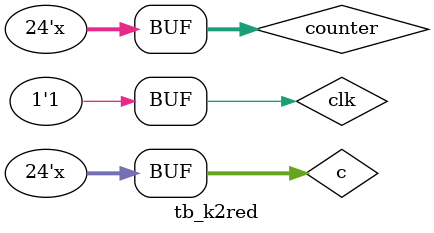
<source format=v>
`timescale 1ps/1ps
module tb_k2red;

reg clk;
reg rst;

always begin
clk = 0;
#1 clk=1;
#1;
end

//input reg/output wire

reg [23:0] c;
wire [11:0] cred;
//instant

k2red ik2red
(
    .clk(clk),
    .rst(rst),
    .c(c),
    .cred(cred)
);

//operation

reg [23:0] counter;

initial begin
    counter = 24'd8700000;
//while(counter<=(2**23)) begin
$display ("DZO NE`");
end

always begin
c = counter;
#10;
if (cred != ((169*c)%3329))
begin
$display ("SAI O c = %d",c," ket qua la %d",(169*c)%3329," nhung lai tinh ra la %d",cred);
//$finish;
end
counter = counter + 1;
end
//end
/*
#100;
c = 24'd99999;
#1;
if (cred != ((169*c)%3329))
begin
$display ("SAI O c = %d",c," ket qua la %d",(169*c)%3329," nhung lai tinh ra la %d",cred);
$finish;
end
#100;
c = 24'd133456;
#1;
if (cred != ((169*c)%3329))
begin
$display ("SAI O c = %d",c," ket qua la %d",(169*c)%3329," nhung lai tinh ra la %d",cred);
$finish;
end
#100;
c = 24'd600000;
#1;
if (cred != ((169*c)%3329))
begin
$display ("SAI O c = %d",c," ket qua la %d",(169*c)%3329," nhung lai tinh ra la %d",cred);
$finish;
end
#100;
c = 24'd16777;
#1;
if (cred != ((169*c)%3329))
begin
$display ("SAI O c = %d",c," ket qua la %d",(169*c)%3329," nhung lai tinh ra la %d",cred);
$finish;
end
#100;
c = 2**16;
#1;
if (cred != ((169*c)%3329))
begin
$display ("SAI O c = %d",c," ket qua la %d",(169*c)%3329," nhung lai tinh ra la %d",cred);
$finish;
end
#100;
c = 24'd223;
#1;
if (cred != ((169*c)%3329))
begin
$display ("SAI O c = %d",c," ket qua la %d",(169*c)%3329," nhung lai tinh ra la %d",cred);
$finish;
end
end
*/


initial begin
$display ("==========OUTPUT FOR Q = 3329==========");
end


initial begin
$monitor ("c = %d",c," and c reduction = %d",cred);
end

/*
always@(posedge clk) begin
if(vld)
    begin
    $display ("Output : %d ", r);
    $display ("Output : %d ", rswap);
    end
end
*/

//dump wave
//initial begin
//$shm_open ("my_waves");
//$shm_probe (tb_aluwrap,"AC");
//$recordfile("testsample.trn");
//$recordvars();
//end

endmodule
</source>
